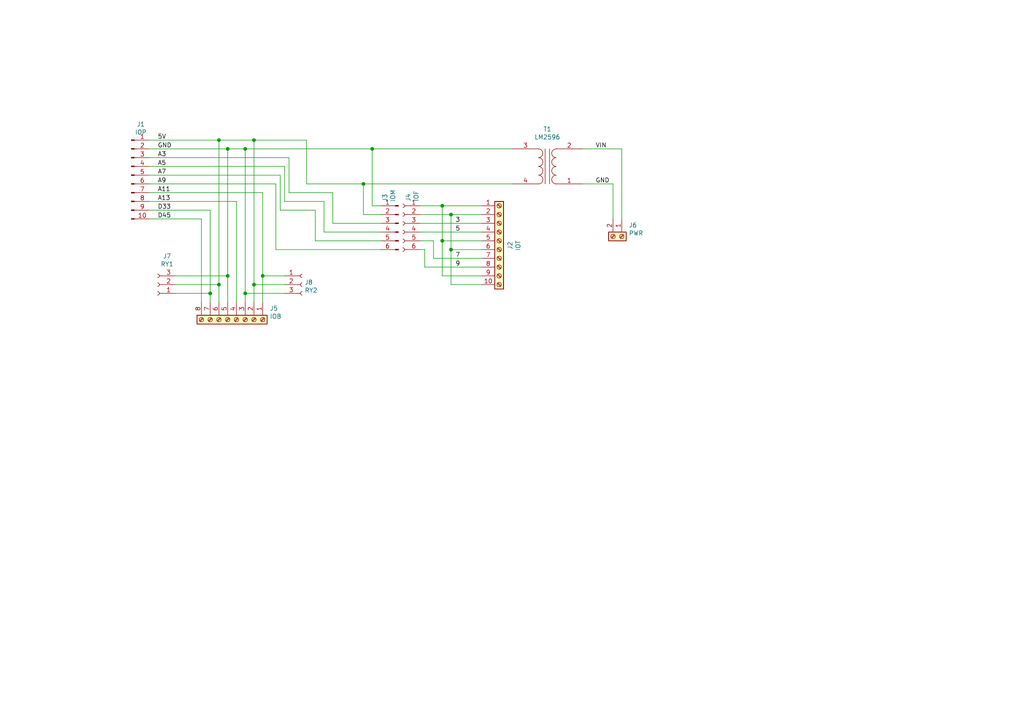
<source format=kicad_sch>
(kicad_sch (version 20230121) (generator eeschema)
  (paper "A4")
  (lib_symbols
    (symbol "Connector:Screw_Terminal_01x02" (pin_names (offset 1.016) hide)
      (property "Reference" "J" (at 0 2.54 0))
      (property "Value" "Screw_Terminal_01x02" (at 0 -5.08 0))
      (symbol "Screw_Terminal_01x02_1_1"
        (rectangle (start -1.27 1.27) (end 1.27 -3.81) (stroke (width 0.254)) (fill (type background)))
        (circle (center 0 -2.54) (radius 0.635) (stroke (width 0.1524)))
        (polyline (pts (xy -0.5334 -2.2098) (xy 0.3302 -3.048)) (stroke (width 0.1524)))
        (polyline (pts (xy -0.5334 0.3302) (xy 0.3302 -0.508)) (stroke (width 0.1524)))
        (polyline (pts (xy -0.3556 -2.032) (xy 0.508 -2.8702)) (stroke (width 0.1524)))
        (polyline (pts (xy -0.3556 0.508) (xy 0.508 -0.3302)) (stroke (width 0.1524)))
        (circle (center 0 0) (radius 0.635) (stroke (width 0.1524)))
        (pin passive line (at -5.08 0 0) (length 3.81) (name "Pin_1") (number "1"))
        (pin passive line (at -5.08 -2.54 0) (length 3.81) (name "Pin_2") (number "2"))
      )
    )
    (symbol "Connector:Screw_Terminal_01x08" (pin_names (offset 1.016) hide)
      (property "Reference" "J" (at 0 10.16 0))
      (property "Value" "Screw_Terminal_01x08" (at 0 -12.7 0))
      (symbol "Screw_Terminal_01x08_1_1"
        (rectangle (start -1.27 8.89) (end 1.27 -11.43) (stroke (width 0.254)) (fill (type background)))
        (circle (center 0 -10.16) (radius 0.635) (stroke (width 0.1524)))
        (circle (center 0 -7.62) (radius 0.635) (stroke (width 0.1524)))
        (circle (center 0 -5.08) (radius 0.635) (stroke (width 0.1524)))
        (circle (center 0 -2.54) (radius 0.635) (stroke (width 0.1524)))
        (polyline (pts (xy -0.5334 -9.8298) (xy 0.3302 -10.668)) (stroke (width 0.1524)))
        (polyline (pts (xy -0.5334 -7.2898) (xy 0.3302 -8.128)) (stroke (width 0.1524)))
        (polyline (pts (xy -0.5334 -4.7498) (xy 0.3302 -5.588)) (stroke (width 0.1524)))
        (polyline (pts (xy -0.5334 -2.2098) (xy 0.3302 -3.048)) (stroke (width 0.1524)))
        (polyline (pts (xy -0.5334 0.3302) (xy 0.3302 -0.508)) (stroke (width 0.1524)))
        (polyline (pts (xy -0.5334 2.8702) (xy 0.3302 2.032)) (stroke (width 0.1524)))
        (polyline (pts (xy -0.5334 5.4102) (xy 0.3302 4.572)) (stroke (width 0.1524)))
        (polyline (pts (xy -0.5334 7.9502) (xy 0.3302 7.112)) (stroke (width 0.1524)))
        (polyline (pts (xy -0.3556 -9.652) (xy 0.508 -10.4902)) (stroke (width 0.1524)))
        (polyline (pts (xy -0.3556 -7.112) (xy 0.508 -7.9502)) (stroke (width 0.1524)))
        (polyline (pts (xy -0.3556 -4.572) (xy 0.508 -5.4102)) (stroke (width 0.1524)))
        (polyline (pts (xy -0.3556 -2.032) (xy 0.508 -2.8702)) (stroke (width 0.1524)))
        (polyline (pts (xy -0.3556 0.508) (xy 0.508 -0.3302)) (stroke (width 0.1524)))
        (polyline (pts (xy -0.3556 3.048) (xy 0.508 2.2098)) (stroke (width 0.1524)))
        (polyline (pts (xy -0.3556 5.588) (xy 0.508 4.7498)) (stroke (width 0.1524)))
        (polyline (pts (xy -0.3556 8.128) (xy 0.508 7.2898)) (stroke (width 0.1524)))
        (circle (center 0 0) (radius 0.635) (stroke (width 0.1524)))
        (circle (center 0 2.54) (radius 0.635) (stroke (width 0.1524)))
        (circle (center 0 5.08) (radius 0.635) (stroke (width 0.1524)))
        (circle (center 0 7.62) (radius 0.635) (stroke (width 0.1524)))
        (pin passive line (at -5.08 7.62 0) (length 3.81) (name "Pin_1") (number "1"))
        (pin passive line (at -5.08 5.08 0) (length 3.81) (name "Pin_2") (number "2"))
        (pin passive line (at -5.08 2.54 0) (length 3.81) (name "Pin_3") (number "3"))
        (pin passive line (at -5.08 0 0) (length 3.81) (name "Pin_4") (number "4"))
        (pin passive line (at -5.08 -2.54 0) (length 3.81) (name "Pin_5") (number "5"))
        (pin passive line (at -5.08 -5.08 0) (length 3.81) (name "Pin_6") (number "6"))
        (pin passive line (at -5.08 -7.62 0) (length 3.81) (name "Pin_7") (number "7"))
        (pin passive line (at -5.08 -10.16 0) (length 3.81) (name "Pin_8") (number "8"))
      )
    )
    (symbol "Connector:Screw_Terminal_01x10" (pin_names (offset 1.016) hide)
      (property "Reference" "J" (at 0 12.7 0))
      (property "Value" "Screw_Terminal_01x10" (at 0 -15.24 0))
      (symbol "Screw_Terminal_01x10_1_1"
        (rectangle (start -1.27 11.43) (end 1.27 -13.97) (stroke (width 0.254)) (fill (type background)))
        (circle (center 0 -12.7) (radius 0.635) (stroke (width 0.1524)))
        (circle (center 0 -10.16) (radius 0.635) (stroke (width 0.1524)))
        (circle (center 0 -7.62) (radius 0.635) (stroke (width 0.1524)))
        (circle (center 0 -5.08) (radius 0.635) (stroke (width 0.1524)))
        (circle (center 0 -2.54) (radius 0.635) (stroke (width 0.1524)))
        (polyline (pts (xy -0.5334 -12.3698) (xy 0.3302 -13.208)) (stroke (width 0.1524)))
        (polyline (pts (xy -0.5334 -9.8298) (xy 0.3302 -10.668)) (stroke (width 0.1524)))
        (polyline (pts (xy -0.5334 -7.2898) (xy 0.3302 -8.128)) (stroke (width 0.1524)))
        (polyline (pts (xy -0.5334 -4.7498) (xy 0.3302 -5.588)) (stroke (width 0.1524)))
        (polyline (pts (xy -0.5334 -2.2098) (xy 0.3302 -3.048)) (stroke (width 0.1524)))
        (polyline (pts (xy -0.5334 0.3302) (xy 0.3302 -0.508)) (stroke (width 0.1524)))
        (polyline (pts (xy -0.5334 2.8702) (xy 0.3302 2.032)) (stroke (width 0.1524)))
        (polyline (pts (xy -0.5334 5.4102) (xy 0.3302 4.572)) (stroke (width 0.1524)))
        (polyline (pts (xy -0.5334 7.9502) (xy 0.3302 7.112)) (stroke (width 0.1524)))
        (polyline (pts (xy -0.5334 10.4902) (xy 0.3302 9.652)) (stroke (width 0.1524)))
        (polyline (pts (xy -0.3556 -12.192) (xy 0.508 -13.0302)) (stroke (width 0.1524)))
        (polyline (pts (xy -0.3556 -9.652) (xy 0.508 -10.4902)) (stroke (width 0.1524)))
        (polyline (pts (xy -0.3556 -7.112) (xy 0.508 -7.9502)) (stroke (width 0.1524)))
        (polyline (pts (xy -0.3556 -4.572) (xy 0.508 -5.4102)) (stroke (width 0.1524)))
        (polyline (pts (xy -0.3556 -2.032) (xy 0.508 -2.8702)) (stroke (width 0.1524)))
        (polyline (pts (xy -0.3556 0.508) (xy 0.508 -0.3302)) (stroke (width 0.1524)))
        (polyline (pts (xy -0.3556 3.048) (xy 0.508 2.2098)) (stroke (width 0.1524)))
        (polyline (pts (xy -0.3556 5.588) (xy 0.508 4.7498)) (stroke (width 0.1524)))
        (polyline (pts (xy -0.3556 8.128) (xy 0.508 7.2898)) (stroke (width 0.1524)))
        (polyline (pts (xy -0.3556 10.668) (xy 0.508 9.8298)) (stroke (width 0.1524)))
        (circle (center 0 0) (radius 0.635) (stroke (width 0.1524)))
        (circle (center 0 2.54) (radius 0.635) (stroke (width 0.1524)))
        (circle (center 0 5.08) (radius 0.635) (stroke (width 0.1524)))
        (circle (center 0 7.62) (radius 0.635) (stroke (width 0.1524)))
        (circle (center 0 10.16) (radius 0.635) (stroke (width 0.1524)))
        (pin passive line (at -5.08 10.16 0) (length 3.81) (name "Pin_1") (number "1"))
        (pin passive line (at -5.08 -12.7 0) (length 3.81) (name "Pin_10") (number "10"))
        (pin passive line (at -5.08 7.62 0) (length 3.81) (name "Pin_2") (number "2"))
        (pin passive line (at -5.08 5.08 0) (length 3.81) (name "Pin_3") (number "3"))
        (pin passive line (at -5.08 2.54 0) (length 3.81) (name "Pin_4") (number "4"))
        (pin passive line (at -5.08 0 0) (length 3.81) (name "Pin_5") (number "5"))
        (pin passive line (at -5.08 -2.54 0) (length 3.81) (name "Pin_6") (number "6"))
        (pin passive line (at -5.08 -5.08 0) (length 3.81) (name "Pin_7") (number "7"))
        (pin passive line (at -5.08 -7.62 0) (length 3.81) (name "Pin_8") (number "8"))
        (pin passive line (at -5.08 -10.16 0) (length 3.81) (name "Pin_9") (number "9"))
      )
    )
    (symbol "Device:Transformer_1P_1S" (pin_names (offset 1.016) hide)
      (property "Reference" "T" (at 0 6.35 0))
      (property "Value" "Transformer_1P_1S" (at 0 -7.62 0))
      (symbol "Transformer_1P_1S_0_1"
        (arc (start -2.54 -5.0546) (mid -1.6599 -4.6901) (end -1.27 -3.81))
        (arc (start -2.54 -2.5146) (mid -1.6599 -2.1501) (end -1.27 -1.27))
        (arc (start -2.54 0.0254) (mid -1.6599 0.3899) (end -1.27 1.27))
        (arc (start -2.54 2.5654) (mid -1.6599 2.9299) (end -1.27 3.81))
        (arc (start -1.27 -3.81) (mid -1.642 -2.912) (end -2.54 -2.54))
        (arc (start -1.27 -1.27) (mid -1.642 -0.372) (end -2.54 0))
        (arc (start -1.27 1.27) (mid -1.642 2.168) (end -2.54 2.54))
        (arc (start -1.27 3.81) (mid -1.642 4.708) (end -2.54 5.08))
        (polyline (pts (xy -0.635 5.08) (xy -0.635 -5.08)))
        (polyline (pts (xy 0.635 -5.08) (xy 0.635 5.08)))
        (arc (start 1.2954 -1.27) (mid 1.6599 -2.1501) (end 2.54 -2.5146))
        (arc (start 1.2954 1.27) (mid 1.6599 0.3899) (end 2.54 0.0254))
        (arc (start 1.2954 3.81) (mid 1.6599 2.9299) (end 2.54 2.5654))
        (arc (start 1.3208 -3.81) (mid 1.6853 -4.6901) (end 2.5654 -5.0546))
        (arc (start 2.54 0) (mid 1.642 -0.372) (end 1.2954 -1.27))
        (arc (start 2.54 2.54) (mid 1.642 2.168) (end 1.2954 1.27))
        (arc (start 2.54 5.08) (mid 1.642 4.708) (end 1.2954 3.81))
        (arc (start 2.5654 -2.54) (mid 1.6674 -2.912) (end 1.3208 -3.81))
      )
      (symbol "Transformer_1P_1S_1_1"
        (pin passive line (at -10.16 5.08 0) (length 7.62) (name "AA") (number "1"))
        (pin passive line (at -10.16 -5.08 0) (length 7.62) (name "AB") (number "2"))
        (pin passive line (at 10.16 -5.08 180) (length 7.62) (name "SA") (number "3"))
        (pin passive line (at 10.16 5.08 180) (length 7.62) (name "SB") (number "4"))
      )
    )
    (symbol "SIOST-rescue:Conn_01x03_Female-Connector" (pin_names (offset 1.016) hide)
      (property "Reference" "J" (at 0 5.08 0))
      (property "Value" "Connector_Conn_01x03_Female" (at 0 -5.08 0))
      (symbol "Conn_01x03_Female-Connector_1_1"
        (arc (start 0 -2.032) (mid -0.5058 -2.54) (end 0 -3.048) (stroke (width 0.1524)))
        (polyline (pts (xy -1.27 -2.54) (xy -0.508 -2.54)) (stroke (width 0.1524)))
        (polyline (pts (xy -1.27 0) (xy -0.508 0)) (stroke (width 0.1524)))
        (polyline (pts (xy -1.27 2.54) (xy -0.508 2.54)) (stroke (width 0.1524)))
        (arc (start 0 0.508) (mid -0.5058 0) (end 0 -0.508) (stroke (width 0.1524)))
        (arc (start 0 3.048) (mid -0.5058 2.54) (end 0 2.032) (stroke (width 0.1524)))
        (pin passive line (at -5.08 2.54 0) (length 3.81) (name "Pin_1") (number "1"))
        (pin passive line (at -5.08 0 0) (length 3.81) (name "Pin_2") (number "2"))
        (pin passive line (at -5.08 -2.54 0) (length 3.81) (name "Pin_3") (number "3"))
      )
    )
    (symbol "SIOST-rescue:Conn_01x06_Female-Connector" (pin_names (offset 1.016) hide)
      (property "Reference" "J" (at 0 7.62 0))
      (property "Value" "Connector_Conn_01x06_Female" (at 0 -10.16 0))
      (symbol "Conn_01x06_Female-Connector_1_1"
        (arc (start 0 -7.112) (mid -0.5058 -7.62) (end 0 -8.128) (stroke (width 0.1524)))
        (arc (start 0 -4.572) (mid -0.5058 -5.08) (end 0 -5.588) (stroke (width 0.1524)))
        (arc (start 0 -2.032) (mid -0.5058 -2.54) (end 0 -3.048) (stroke (width 0.1524)))
        (polyline (pts (xy -1.27 -7.62) (xy -0.508 -7.62)) (stroke (width 0.1524)))
        (polyline (pts (xy -1.27 -5.08) (xy -0.508 -5.08)) (stroke (width 0.1524)))
        (polyline (pts (xy -1.27 -2.54) (xy -0.508 -2.54)) (stroke (width 0.1524)))
        (polyline (pts (xy -1.27 0) (xy -0.508 0)) (stroke (width 0.1524)))
        (polyline (pts (xy -1.27 2.54) (xy -0.508 2.54)) (stroke (width 0.1524)))
        (polyline (pts (xy -1.27 5.08) (xy -0.508 5.08)) (stroke (width 0.1524)))
        (arc (start 0 0.508) (mid -0.5058 0) (end 0 -0.508) (stroke (width 0.1524)))
        (arc (start 0 3.048) (mid -0.5058 2.54) (end 0 2.032) (stroke (width 0.1524)))
        (arc (start 0 5.588) (mid -0.5058 5.08) (end 0 4.572) (stroke (width 0.1524)))
        (pin passive line (at -5.08 5.08 0) (length 3.81) (name "Pin_1") (number "1"))
        (pin passive line (at -5.08 2.54 0) (length 3.81) (name "Pin_2") (number "2"))
        (pin passive line (at -5.08 0 0) (length 3.81) (name "Pin_3") (number "3"))
        (pin passive line (at -5.08 -2.54 0) (length 3.81) (name "Pin_4") (number "4"))
        (pin passive line (at -5.08 -5.08 0) (length 3.81) (name "Pin_5") (number "5"))
        (pin passive line (at -5.08 -7.62 0) (length 3.81) (name "Pin_6") (number "6"))
      )
    )
    (symbol "SIOST-rescue:Conn_01x06_Male-Connector" (pin_names (offset 1.016) hide)
      (property "Reference" "J" (at 0 7.62 0))
      (property "Value" "Connector_Conn_01x06_Male" (at 0 -10.16 0))
      (symbol "Conn_01x06_Male-Connector_1_1"
        (polyline (pts (xy 1.27 -7.62) (xy 0.8636 -7.62)) (stroke (width 0.1524)))
        (polyline (pts (xy 1.27 -5.08) (xy 0.8636 -5.08)) (stroke (width 0.1524)))
        (polyline (pts (xy 1.27 -2.54) (xy 0.8636 -2.54)) (stroke (width 0.1524)))
        (polyline (pts (xy 1.27 0) (xy 0.8636 0)) (stroke (width 0.1524)))
        (polyline (pts (xy 1.27 2.54) (xy 0.8636 2.54)) (stroke (width 0.1524)))
        (polyline (pts (xy 1.27 5.08) (xy 0.8636 5.08)) (stroke (width 0.1524)))
        (rectangle (start 0.8636 -7.493) (end 0 -7.747) (stroke (width 0.1524)) (fill (type outline)))
        (rectangle (start 0.8636 -4.953) (end 0 -5.207) (stroke (width 0.1524)) (fill (type outline)))
        (rectangle (start 0.8636 -2.413) (end 0 -2.667) (stroke (width 0.1524)) (fill (type outline)))
        (rectangle (start 0.8636 0.127) (end 0 -0.127) (stroke (width 0.1524)) (fill (type outline)))
        (rectangle (start 0.8636 2.667) (end 0 2.413) (stroke (width 0.1524)) (fill (type outline)))
        (rectangle (start 0.8636 5.207) (end 0 4.953) (stroke (width 0.1524)) (fill (type outline)))
        (pin passive line (at 5.08 5.08 180) (length 3.81) (name "Pin_1") (number "1"))
        (pin passive line (at 5.08 2.54 180) (length 3.81) (name "Pin_2") (number "2"))
        (pin passive line (at 5.08 0 180) (length 3.81) (name "Pin_3") (number "3"))
        (pin passive line (at 5.08 -2.54 180) (length 3.81) (name "Pin_4") (number "4"))
        (pin passive line (at 5.08 -5.08 180) (length 3.81) (name "Pin_5") (number "5"))
        (pin passive line (at 5.08 -7.62 180) (length 3.81) (name "Pin_6") (number "6"))
      )
    )
    (symbol "SIOST-rescue:Conn_01x10_Male-Connector" (pin_names (offset 1.016) hide)
      (property "Reference" "J" (at 0 12.7 0))
      (property "Value" "Connector_Conn_01x10_Male" (at 0 -15.24 0))
      (symbol "Conn_01x10_Male-Connector_1_1"
        (polyline (pts (xy 1.27 -12.7) (xy 0.8636 -12.7)) (stroke (width 0.1524)))
        (polyline (pts (xy 1.27 -10.16) (xy 0.8636 -10.16)) (stroke (width 0.1524)))
        (polyline (pts (xy 1.27 -7.62) (xy 0.8636 -7.62)) (stroke (width 0.1524)))
        (polyline (pts (xy 1.27 -5.08) (xy 0.8636 -5.08)) (stroke (width 0.1524)))
        (polyline (pts (xy 1.27 -2.54) (xy 0.8636 -2.54)) (stroke (width 0.1524)))
        (polyline (pts (xy 1.27 0) (xy 0.8636 0)) (stroke (width 0.1524)))
        (polyline (pts (xy 1.27 2.54) (xy 0.8636 2.54)) (stroke (width 0.1524)))
        (polyline (pts (xy 1.27 5.08) (xy 0.8636 5.08)) (stroke (width 0.1524)))
        (polyline (pts (xy 1.27 7.62) (xy 0.8636 7.62)) (stroke (width 0.1524)))
        (polyline (pts (xy 1.27 10.16) (xy 0.8636 10.16)) (stroke (width 0.1524)))
        (rectangle (start 0.8636 -12.573) (end 0 -12.827) (stroke (width 0.1524)) (fill (type outline)))
        (rectangle (start 0.8636 -10.033) (end 0 -10.287) (stroke (width 0.1524)) (fill (type outline)))
        (rectangle (start 0.8636 -7.493) (end 0 -7.747) (stroke (width 0.1524)) (fill (type outline)))
        (rectangle (start 0.8636 -4.953) (end 0 -5.207) (stroke (width 0.1524)) (fill (type outline)))
        (rectangle (start 0.8636 -2.413) (end 0 -2.667) (stroke (width 0.1524)) (fill (type outline)))
        (rectangle (start 0.8636 0.127) (end 0 -0.127) (stroke (width 0.1524)) (fill (type outline)))
        (rectangle (start 0.8636 2.667) (end 0 2.413) (stroke (width 0.1524)) (fill (type outline)))
        (rectangle (start 0.8636 5.207) (end 0 4.953) (stroke (width 0.1524)) (fill (type outline)))
        (rectangle (start 0.8636 7.747) (end 0 7.493) (stroke (width 0.1524)) (fill (type outline)))
        (rectangle (start 0.8636 10.287) (end 0 10.033) (stroke (width 0.1524)) (fill (type outline)))
        (pin passive line (at 5.08 10.16 180) (length 3.81) (name "Pin_1") (number "1"))
        (pin passive line (at 5.08 -12.7 180) (length 3.81) (name "Pin_10") (number "10"))
        (pin passive line (at 5.08 7.62 180) (length 3.81) (name "Pin_2") (number "2"))
        (pin passive line (at 5.08 5.08 180) (length 3.81) (name "Pin_3") (number "3"))
        (pin passive line (at 5.08 2.54 180) (length 3.81) (name "Pin_4") (number "4"))
        (pin passive line (at 5.08 0 180) (length 3.81) (name "Pin_5") (number "5"))
        (pin passive line (at 5.08 -2.54 180) (length 3.81) (name "Pin_6") (number "6"))
        (pin passive line (at 5.08 -5.08 180) (length 3.81) (name "Pin_7") (number "7"))
        (pin passive line (at 5.08 -7.62 180) (length 3.81) (name "Pin_8") (number "8"))
        (pin passive line (at 5.08 -10.16 180) (length 3.81) (name "Pin_9") (number "9"))
      )
    )
  )
  (junction (at 128.27 59.69))
  (junction (at 71.12 85.09))
  (junction (at 130.81 62.23))
  (junction (at 66.04 80.01))
  (junction (at 73.66 82.55))
  (junction (at 76.2 80.01))
  (junction (at 63.5 40.64))
  (junction (at 130.81 72.39))
  (junction (at 63.5 82.55))
  (junction (at 128.27 69.85))
  (junction (at 105.41 53.34))
  (junction (at 73.66 40.64))
  (junction (at 66.04 43.18))
  (junction (at 71.12 43.18))
  (junction (at 107.95 43.18))
  (junction (at 60.96 85.09))
  (wire (pts (xy 139.7 80.01) (xy 128.27 80.01)))
  (wire (pts (xy 50.8 82.55) (xy 63.5 82.55)))
  (wire (pts (xy 128.27 80.01) (xy 128.27 69.85)))
  (wire (pts (xy 73.66 40.64) (xy 88.9 40.64)))
  (wire (pts (xy 63.5 40.64) (xy 63.5 82.55)))
  (wire (pts (xy 121.92 64.77) (xy 139.7 64.77)))
  (wire (pts (xy 96.52 64.77) (xy 110.49 64.77)))
  (wire (pts (xy 43.18 50.8) (xy 81.28 50.8)))
  (wire (pts (xy 60.96 85.09) (xy 60.96 87.63)))
  (wire (pts (xy 71.12 43.18) (xy 107.95 43.18)))
  (wire (pts (xy 128.27 59.69) (xy 128.27 69.85)))
  (wire (pts (xy 63.5 40.64) (xy 73.66 40.64)))
  (wire (pts (xy 107.95 43.18) (xy 148.59 43.18)))
  (wire (pts (xy 123.19 72.39) (xy 123.19 77.47)))
  (wire (pts (xy 107.95 59.69) (xy 107.95 43.18)))
  (wire (pts (xy 80.01 72.39) (xy 110.49 72.39)))
  (wire (pts (xy 105.41 62.23) (xy 105.41 53.34)))
  (wire (pts (xy 88.9 53.34) (xy 88.9 40.64)))
  (wire (pts (xy 125.73 74.93) (xy 139.7 74.93)))
  (wire (pts (xy 139.7 82.55) (xy 130.81 82.55)))
  (wire (pts (xy 130.81 62.23) (xy 139.7 62.23)))
  (wire (pts (xy 121.92 69.85) (xy 125.73 69.85)))
  (wire (pts (xy 81.28 60.96) (xy 91.44 60.96)))
  (wire (pts (xy 128.27 69.85) (xy 139.7 69.85)))
  (wire (pts (xy 180.34 43.18) (xy 180.34 63.5)))
  (wire (pts (xy 63.5 82.55) (xy 63.5 87.63)))
  (wire (pts (xy 82.55 82.55) (xy 73.66 82.55)))
  (wire (pts (xy 125.73 69.85) (xy 125.73 74.93)))
  (wire (pts (xy 82.55 48.26) (xy 82.55 58.42)))
  (wire (pts (xy 82.55 80.01) (xy 76.2 80.01)))
  (wire (pts (xy 71.12 87.63) (xy 71.12 85.09)))
  (wire (pts (xy 82.55 58.42) (xy 93.98 58.42)))
  (wire (pts (xy 123.19 77.47) (xy 139.7 77.47)))
  (wire (pts (xy 130.81 72.39) (xy 139.7 72.39)))
  (wire (pts (xy 93.98 58.42) (xy 93.98 67.31)))
  (wire (pts (xy 128.27 59.69) (xy 139.7 59.69)))
  (wire (pts (xy 130.81 82.55) (xy 130.81 72.39)))
  (wire (pts (xy 80.01 53.34) (xy 80.01 72.39)))
  (wire (pts (xy 76.2 55.88) (xy 76.2 80.01)))
  (wire (pts (xy 43.18 60.96) (xy 60.96 60.96)))
  (wire (pts (xy 168.91 43.18) (xy 180.34 43.18)))
  (wire (pts (xy 81.28 50.8) (xy 81.28 60.96)))
  (wire (pts (xy 121.92 62.23) (xy 130.81 62.23)))
  (wire (pts (xy 43.18 43.18) (xy 66.04 43.18)))
  (wire (pts (xy 83.82 55.88) (xy 96.52 55.88)))
  (wire (pts (xy 50.8 85.09) (xy 60.96 85.09)))
  (wire (pts (xy 73.66 82.55) (xy 73.66 87.63)))
  (wire (pts (xy 93.98 67.31) (xy 110.49 67.31)))
  (wire (pts (xy 73.66 40.64) (xy 73.66 82.55)))
  (wire (pts (xy 71.12 85.09) (xy 71.12 43.18)))
  (wire (pts (xy 177.8 53.34) (xy 177.8 63.5)))
  (wire (pts (xy 91.44 60.96) (xy 91.44 69.85)))
  (wire (pts (xy 43.18 58.42) (xy 68.58 58.42)))
  (wire (pts (xy 43.18 55.88) (xy 76.2 55.88)))
  (wire (pts (xy 121.92 59.69) (xy 128.27 59.69)))
  (wire (pts (xy 82.55 85.09) (xy 71.12 85.09)))
  (wire (pts (xy 43.18 63.5) (xy 58.42 63.5)))
  (wire (pts (xy 43.18 45.72) (xy 83.82 45.72)))
  (wire (pts (xy 130.81 62.23) (xy 130.81 72.39)))
  (wire (pts (xy 66.04 80.01) (xy 66.04 87.63)))
  (wire (pts (xy 91.44 69.85) (xy 110.49 69.85)))
  (wire (pts (xy 66.04 43.18) (xy 66.04 80.01)))
  (wire (pts (xy 50.8 80.01) (xy 66.04 80.01)))
  (wire (pts (xy 68.58 58.42) (xy 68.58 87.63)))
  (wire (pts (xy 121.92 72.39) (xy 123.19 72.39)))
  (wire (pts (xy 43.18 53.34) (xy 80.01 53.34)))
  (wire (pts (xy 83.82 45.72) (xy 83.82 55.88)))
  (wire (pts (xy 60.96 60.96) (xy 60.96 85.09)))
  (wire (pts (xy 66.04 43.18) (xy 71.12 43.18)))
  (wire (pts (xy 148.59 53.34) (xy 105.41 53.34)))
  (wire (pts (xy 105.41 53.34) (xy 88.9 53.34)))
  (wire (pts (xy 110.49 62.23) (xy 105.41 62.23)))
  (wire (pts (xy 76.2 80.01) (xy 76.2 87.63)))
  (wire (pts (xy 58.42 63.5) (xy 58.42 87.63)))
  (wire (pts (xy 110.49 59.69) (xy 107.95 59.69)))
  (wire (pts (xy 43.18 40.64) (xy 63.5 40.64)))
  (wire (pts (xy 96.52 55.88) (xy 96.52 64.77)))
  (wire (pts (xy 168.91 53.34) (xy 177.8 53.34)))
  (wire (pts (xy 121.92 67.31) (xy 139.7 67.31)))
  (wire (pts (xy 43.18 48.26) (xy 82.55 48.26)))
  (label "D45" (at 45.72 63.5 0))
  (label "A13" (at 45.72 58.42 0))
  (label "A3" (at 45.72 45.72 0))
  (label "GND" (at 45.72 43.18 0))
  (label "9" (at 132.08 77.47 0))
  (label "A9" (at 45.72 53.34 0))
  (label "7" (at 132.08 74.93 0))
  (label "3" (at 132.08 64.77 0))
  (label "A5" (at 45.72 48.26 0))
  (label "D33" (at 45.72 60.96 0))
  (label "GND" (at 172.72 53.34 0))
  (label "VIN" (at 172.72 43.18 0))
  (label "5" (at 132.08 67.31 0))
  (label "A7" (at 45.72 50.8 0))
  (label "A11" (at 45.72 55.88 0))
  (label "5V" (at 45.72 40.64 0))
  (symbol (lib_id "SIOST-rescue:Conn_01x10_Male-Connector") (at 38.1 50.8 0) (unit 1)
    (property "Reference" "J1" (at 40.8432 36.0426 0))
    (property "Value" "IOP" (at 40.8432 38.354 0))
    (property "Footprint" "Connector_PinHeader_2.54mm:PinHeader_1x10_P2.54mm_Vertical" (effects hide))
  )
  (symbol (lib_id "Device:Transformer_1P_1S") (at 158.75 48.26 180) (unit 1)
    (property "Reference" "T1" (at 158.75 37.465 0))
    (property "Value" "LM2596" (at 158.75 39.7764 0))
    (property "Footprint" "Transformer_THT:Transformer_Toroid_Horizontal_D18.0mm" (effects hide))
  )
  (symbol (lib_id "SIOST-rescue:Conn_01x06_Male-Connector") (at 115.57 64.77 0) (mirror y) (unit 1)
    (property "Reference" "J3" (at 111.6584 58.5724 90) (effects (justify left)))
    (property "Value" "IOM" (at 113.9698 58.5724 90) (effects (justify left)))
    (property "Footprint" "Connector_PinHeader_2.54mm:PinHeader_1x06_P2.54mm_Vertical" (effects hide))
  )
  (symbol (lib_id "Connector:Screw_Terminal_01x02") (at 180.34 68.58 270) (unit 1)
    (property "Reference" "J6" (at 182.372 65.3288 90) (effects (justify left)))
    (property "Value" "PWR" (at 182.372 67.6402 90) (effects (justify left)))
    (property "Footprint" "TerminalBlock_Phoenix:TerminalBlock_Phoenix_MKDS-1,5-2-5.08_1x02_P5.08mm_Horizontal" (effects hide))
  )
  (symbol (lib_id "Connector:Screw_Terminal_01x10") (at 144.78 69.85 0) (unit 1)
    (property "Reference" "J2" (at 147.955 71.2216 90))
    (property "Value" "IOT" (at 150.2664 71.2216 90))
    (property "Footprint" "TerminalBlock_Phoenix:TerminalBlock_Phoenix_MKDS-1,5-10-5.08_1x10_P5.08mm_Horizontal" (effects hide))
  )
  (symbol (lib_id "SIOST-rescue:Conn_01x06_Female-Connector") (at 116.84 64.77 0) (mirror y) (unit 1)
    (property "Reference" "J4" (at 118.4148 58.4708 90) (effects (justify left)))
    (property "Value" "IOF" (at 120.7262 58.4708 90) (effects (justify left)))
    (property "Footprint" "Connector_PinSocket_2.54mm:PinSocket_1x06_P2.54mm_Vertical" (effects hide))
  )
  (symbol (lib_id "Connector:Screw_Terminal_01x08") (at 68.58 92.71 270) (unit 1)
    (property "Reference" "J5" (at 78.232 89.4588 90) (effects (justify left)))
    (property "Value" "IOB" (at 78.232 91.7702 90) (effects (justify left)))
    (property "Footprint" "TerminalBlock_Phoenix:TerminalBlock_Phoenix_MKDS-1,5-8-5.08_1x08_P5.08mm_Horizontal" (effects hide))
  )
  (symbol (lib_id "SIOST-rescue:Conn_01x03_Female-Connector") (at 87.63 82.55 0) (unit 1)
    (property "Reference" "J8" (at 88.3412 81.8896 0) (effects (justify left)))
    (property "Value" "RY2" (at 88.3412 84.201 0) (effects (justify left)))
    (property "Footprint" "Connector_PinSocket_2.54mm:PinSocket_1x03_P2.54mm_Vertical" (effects hide))
  )
  (symbol (lib_id "SIOST-rescue:Conn_01x03_Female-Connector") (at 45.72 82.55 180) (unit 1)
    (property "Reference" "J7" (at 48.4632 74.295 0))
    (property "Value" "RY1" (at 48.4632 76.6064 0))
    (property "Footprint" "Connector_PinSocket_2.54mm:PinSocket_1x03_P2.54mm_Vertical" (effects hide))
  )
)
</source>
